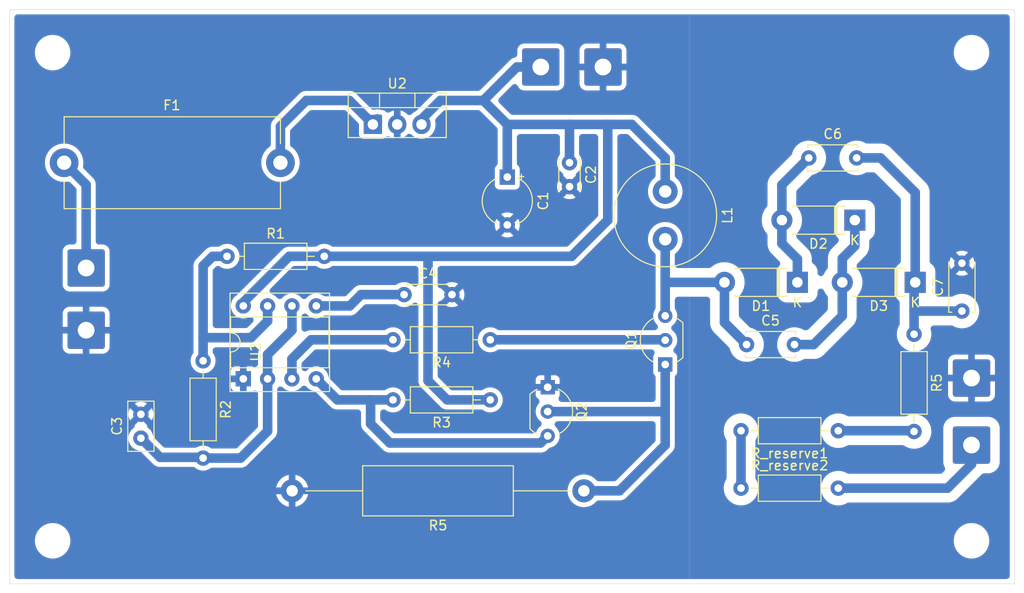
<source format=kicad_pcb>
(kicad_pcb (version 20240108) (generator "pcbnew") (generator_version "8.0")
  (layers (0 "F.Cu" signal) (31 "B.Cu" signal) (34 "B.Paste" user) (35 "F.Paste" user) (36 "B.SilkS" user "B.Silkscreen") (37 "F.SilkS" user "F.Silkscreen") (38 "B.Mask" user) (39 "F.Mask" user) (44 "Edge.Cuts" user))
  (net 0 "")
  (net 1 "GND")
  (net 2 "Net-(J5-Pin_1)")
  (net 3 "Net-(U1-THR)")
  (net 4 "Net-(D1-A)")
  (net 5 "Net-(D2-K)")
  (net 6 "Net-(D3-K)")
  (net 7 "Net-(D1-K)")
  (net 8 "Net-(U1-CV)")
  (net 9 "+5V")
  (net 10 "Net-(U2-IN)")
  (net 11 "Net-(Q1-C)")
  (net 12 "Net-(Q1-B)")
  (net 13 "Net-(U1-DIS)")
  (net 14 "Net-(U1-Q)")
  (net 15 "Net-(R5-Pad2)")
  (net 16 "Net-(R6-Pad2)")
  (net 17 "Net-(J2-Pin_1)")
  (net 18 "Net-(Q2-B)")
  (footprint "Resistor_THT:R_Axial_DIN0207_L6.3mm_D2.5mm_P10.16mm_Horizontal" (layer "F.Cu") (at 54.72 90.2 -90)
    (property "Reference" "R2" (at 5.08 -2.37 90) (layer "F.SilkS"))
    (property "Value" "33k")
    (fp_line (start 1.81 1.37) (end 8.35 1.37) (stroke (width 0.12)) (layer "F.SilkS"))
    (fp_line (start 8.35 1.37) (end 8.35 -1.37) (stroke (width 0.12)) (layer "F.SilkS"))
    (fp_line (start 1.04 0) (end 1.81 0) (stroke (width 0.12)) (layer "F.SilkS"))
    (fp_line (start 9.12 0) (end 8.35 0) (stroke (width 0.12)) (layer "F.SilkS"))
    (fp_line (start 1.81 -1.37) (end 1.81 1.37) (stroke (width 0.12)) (layer "F.SilkS"))
    (fp_line (start 8.35 -1.37) (end 1.81 -1.37) (stroke (width 0.12)) (layer "F.SilkS"))
    (pad "1" thru_hole circle (at 0 0 270) (size 1.6 1.6) (drill 0.8) (layers "*.Cu" "*.Mask") (net 13 "Net-(U1-DIS)"))
    (pad "2" thru_hole oval (at 10.16 0 270) (size 1.6 1.6) (drill 0.8) (layers "*.Cu" "*.Mask") (net 3 "Net-(U1-THR)"))
  )
  (footprint "Capacitor_THT:C_Disc_D5.0mm_W2.5mm_P5.00mm" (layer "F.Cu") (at 118 69)
    (property "Reference" "C6" (at 2.5 -2.5 0) (layer "F.SilkS"))
    (property "Value" "10nF")
    (fp_line (start -0.12 -1.37) (end -0.12 -1.055) (stroke (width 0.12)) (layer "F.SilkS"))
    (fp_line (start -0.12 -1.37) (end 5.12 -1.37) (stroke (width 0.12)) (layer "F.SilkS"))
    (fp_line (start -0.12 1.055) (end -0.12 1.37) (stroke (width 0.12)) (layer "F.SilkS"))
    (fp_line (start -0.12 1.37) (end 5.12 1.37) (stroke (width 0.12)) (layer "F.SilkS"))
    (fp_line (start 5.12 -1.37) (end 5.12 -1.055) (stroke (width 0.12)) (layer "F.SilkS"))
    (fp_line (start 5.12 1.055) (end 5.12 1.37) (stroke (width 0.12)) (layer "F.SilkS"))
    (pad "1" thru_hole circle (at 0 0) (size 1.6 1.6) (drill 0.8) (layers "*.Cu" "*.Mask") (net 7 "Net-(D1-K)"))
    (pad "2" thru_hole circle (at 5 0) (size 1.6 1.6) (drill 0.8) (layers "*.Cu" "*.Mask") (net 6 "Net-(D3-K)"))
  )
  (footprint "Resistor_THT:R_Axial_DIN0207_L6.3mm_D2.5mm_P10.16mm_Horizontal" (layer "F.Cu") (at 57.22 79.28)
    (property "Reference" "R1" (at 5.08 -2.37 0) (layer "F.SilkS"))
    (property "Value" "33k" (hide yes))
    (fp_line (start 1.04 0) (end 1.81 0) (stroke (width 0.12)) (layer "F.SilkS"))
    (fp_line (start 1.81 -1.37) (end 1.81 1.37) (stroke (width 0.12)) (layer "F.SilkS"))
    (fp_line (start 1.81 1.37) (end 8.35 1.37) (stroke (width 0.12)) (layer "F.SilkS"))
    (fp_line (start 8.35 -1.37) (end 1.81 -1.37) (stroke (width 0.12)) (layer "F.SilkS"))
    (fp_line (start 8.35 1.37) (end 8.35 -1.37) (stroke (width 0.12)) (layer "F.SilkS"))
    (fp_line (start 9.12 0) (end 8.35 0) (stroke (width 0.12)) (layer "F.SilkS"))
    (pad "1" thru_hole circle (at 0 0) (size 1.6 1.6) (drill 0.8) (layers "*.Cu" "*.Mask") (net 13 "Net-(U1-DIS)"))
    (pad "2" thru_hole oval (at 10.16 0) (size 1.6 1.6) (drill 0.8) (layers "*.Cu" "*.Mask") (net 2 "Net-(J5-Pin_1)"))
  )
  (footprint "Capacitor_THT:C_Disc_D5.0mm_W2.5mm_P5.00mm" (layer "F.Cu") (at 111.5 88.5)
    (property "Reference" "C5" (at 2.5 -2.5 0) (layer "F.SilkS"))
    (property "Value" "10nF")
    (fp_line (start -0.12 -1.37) (end -0.12 -1.055) (stroke (width 0.12)) (layer "F.SilkS"))
    (fp_line (start -0.12 -1.37) (end 5.12 -1.37) (stroke (width 0.12)) (layer "F.SilkS"))
    (fp_line (start -0.12 1.055) (end -0.12 1.37) (stroke (width 0.12)) (layer "F.SilkS"))
    (fp_line (start -0.12 1.37) (end 5.12 1.37) (stroke (width 0.12)) (layer "F.SilkS"))
    (fp_line (start 5.12 -1.37) (end 5.12 -1.055) (stroke (width 0.12)) (layer "F.SilkS"))
    (fp_line (start 5.12 1.055) (end 5.12 1.37) (stroke (width 0.12)) (layer "F.SilkS"))
    (pad "1" thru_hole circle (at 0 0) (size 1.6 1.6) (drill 0.8) (layers "*.Cu" "*.Mask") (net 4 "Net-(D1-A)"))
    (pad "2" thru_hole circle (at 5 0) (size 1.6 1.6) (drill 0.8) (layers "*.Cu" "*.Mask") (net 5 "Net-(D2-K)"))
  )
  (footprint "Resistor_THT:R_Axial_DIN0207_L6.3mm_D2.5mm_P10.16mm_Horizontal" (layer "F.Cu") (at 84.72 88 180)
    (property "Reference" "R4" (at 5.08 -2.37 0) (layer "F.SilkS"))
    (property "Value" "3k")
    (fp_line (start 9.12 0) (end 8.35 0) (stroke (width 0.12)) (layer "F.SilkS"))
    (fp_line (start 8.35 1.37) (end 8.35 -1.37) (stroke (width 0.12)) (layer "F.SilkS"))
    (fp_line (start 8.35 -1.37) (end 1.81 -1.37) (stroke (width 0.12)) (layer "F.SilkS"))
    (fp_line (start 1.81 1.37) (end 8.35 1.37) (stroke (width 0.12)) (layer "F.SilkS"))
    (fp_line (start 1.81 -1.37) (end 1.81 1.37) (stroke (width 0.12)) (layer "F.SilkS"))
    (fp_line (start 1.04 0) (end 1.81 0) (stroke (width 0.12)) (layer "F.SilkS"))
    (pad "1" thru_hole circle (at 0 0 180) (size 1.6 1.6) (drill 0.8) (layers "*.Cu" "*.Mask") (net 18 "Net-(Q2-B)"))
    (pad "2" thru_hole oval (at 10.16 0 180) (size 1.6 1.6) (drill 0.8) (layers "*.Cu" "*.Mask") (net 14 "Net-(U1-Q)"))
  )
  (footprint "Capacitor_THT:C_Disc_D5.0mm_W2.5mm_P2.50mm" (layer "F.Cu") (at 48.22 98.28 90)
    (property "Reference" "C3" (at 1.25 -2.5 90) (layer "F.SilkS"))
    (property "Value" "1nF")
    (fp_line (start 3.87 -1.37) (end 3.87 1.37) (stroke (width 0.12)) (layer "F.SilkS"))
    (fp_line (start -1.37 -1.37) (end 3.87 -1.37) (stroke (width 0.12)) (layer "F.SilkS"))
    (fp_line (start -1.37 -1.37) (end -1.37 1.37) (stroke (width 0.12)) (layer "F.SilkS"))
    (fp_line (start -1.37 1.37) (end 3.87 1.37) (stroke (width 0.12)) (layer "F.SilkS"))
    (pad "1" thru_hole circle (at 0 0 90) (size 1.6 1.6) (drill 0.8) (layers "*.Cu" "*.Mask") (net 3 "Net-(U1-THR)"))
    (pad "2" thru_hole circle (at 2.5 0 90) (size 1.6 1.6) (drill 0.8) (layers "*.Cu" "*.Mask") (net 1 "GND"))
  )
  (footprint "Diode_THT:D_DO-41_SOD81_P7.62mm_Horizontal" (layer "F.Cu") (at 122.81 75.5 180)
    (property "Reference" "D2" (at 3.81 -2.47 0) (layer "F.SilkS"))
    (property "Value" "1N4937")
    (fp_line (start 6.53 1.47) (end 6.53 1.34) (stroke (width 0.12)) (layer "F.SilkS"))
    (fp_line (start 6.53 -1.47) (end 6.53 -1.34) (stroke (width 0.12)) (layer "F.SilkS"))
    (fp_line (start 2.11 -1.47) (end 2.11 1.47) (stroke (width 0.12)) (layer "F.SilkS"))
    (fp_line (start 1.99 -1.47) (end 1.99 1.47) (stroke (width 0.12)) (layer "F.SilkS"))
    (fp_line (start 1.87 -1.47) (end 1.87 1.47) (stroke (width 0.12)) (layer "F.SilkS"))
    (fp_line (start 1.09 1.47) (end 6.53 1.47) (stroke (width 0.12)) (layer "F.SilkS"))
    (fp_line (start 1.09 1.34) (end 1.09 1.47) (stroke (width 0.12)) (layer "F.SilkS"))
    (fp_line (start 1.09 -1.34) (end 1.09 -1.47) (stroke (width 0.12)) (layer "F.SilkS"))
    (fp_line (start 1.09 -1.47) (end 6.53 -1.47) (stroke (width 0.12)) (layer "F.SilkS"))
    (fp_text user "K" (at 0 -2.1 0) (layer "F.SilkS"))
    (pad "1" thru_hole rect (at 0 0 180) (size 2.2 2.2) (drill 1.1) (layers "*.Cu" "*.Mask") (net 5 "Net-(D2-K)"))
    (pad "2" thru_hole oval (at 7.62 0 180) (size 2.2 2.2) (drill 1.1) (layers "*.Cu" "*.Mask") (net 7 "Net-(D1-K)"))
  )
  (footprint "Resistor_THT:R_Axial_DIN0207_L6.3mm_D2.5mm_P10.16mm_Horizontal" (layer "F.Cu") (at 110.92 103.5)
    (property "Reference" "R_reserve2" (at 5.08 -2.37 0) (layer "F.SilkS"))
    (property "Value" "7M5" (hide yes))
    (fp_line (start 1.04 0) (end 1.81 0) (stroke (width 0.12)) (layer "F.SilkS"))
    (fp_line (start 1.81 -1.37) (end 1.81 1.37) (stroke (width 0.12)) (layer "F.SilkS"))
    (fp_line (start 1.81 1.37) (end 8.35 1.37) (stroke (width 0.12)) (layer "F.SilkS"))
    (fp_line (start 8.35 -1.37) (end 1.81 -1.37) (stroke (width 0.12)) (layer "F.SilkS"))
    (fp_line (start 8.35 1.37) (end 8.35 -1.37) (stroke (width 0.12)) (layer "F.SilkS"))
    (fp_line (start 9.12 0) (end 8.35 0) (stroke (width 0.12)) (layer "F.SilkS"))
    (pad "1" thru_hole circle (at 0 0) (size 1.6 1.6) (drill 0.8) (layers "*.Cu" "*.Mask") (net 16 "Net-(R6-Pad2)"))
    (pad "2" thru_hole oval (at 10.16 0) (size 1.6 1.6) (drill 0.8) (layers "*.Cu" "*.Mask") (net 17 "Net-(J2-Pin_1)"))
  )
  (footprint "Resistor_THT:R_Axial_DIN0207_L6.3mm_D2.5mm_P10.16mm_Horizontal" (layer "F.Cu") (at 129 87.42 -90)
    (property "Reference" "R5" (at 5.08 -2.37 90) (layer "F.SilkS"))
    (property "Value" "7M5")
    (fp_line (start 1.81 1.37) (end 8.35 1.37) (stroke (width 0.12)) (layer "F.SilkS"))
    (fp_line (start 8.35 1.37) (end 8.35 -1.37) (stroke (width 0.12)) (layer "F.SilkS"))
    (fp_line (start 1.04 0) (end 1.81 0) (stroke (width 0.12)) (layer "F.SilkS"))
    (fp_line (start 9.12 0) (end 8.35 0) (stroke (width 0.12)) (layer "F.SilkS"))
    (fp_line (start 1.81 -1.37) (end 1.81 1.37) (stroke (width 0.12)) (layer "F.SilkS"))
    (fp_line (start 8.35 -1.37) (end 1.81 -1.37) (stroke (width 0.12)) (layer "F.SilkS"))
    (pad "1" thru_hole circle (at 0 0 270) (size 1.6 1.6) (drill 0.8) (layers "*.Cu" "*.Mask") (net 6 "Net-(D3-K)"))
    (pad "2" thru_hole oval (at 10.16 0 270) (size 1.6 1.6) (drill 0.8) (layers "*.Cu" "*.Mask") (net 15 "Net-(R5-Pad2)"))
  )
  (footprint "Capacitor_THT:C_Disc_D3.0mm_W2.0mm_P2.50mm" (layer "F.Cu") (at 93 69.5 -90)
    (property "Reference" "C2" (at 1.25 -2.25 90) (layer "F.SilkS"))
    (property "Value" "100nF")
    (fp_line (start -0.37 1.12) (end 2.87 1.12) (stroke (width 0.12)) (layer "F.SilkS"))
    (fp_line (start -0.37 1.055) (end -0.37 1.12) (stroke (width 0.12)) (layer "F.SilkS"))
    (fp_line (start 2.87 1.055) (end 2.87 1.12) (stroke (width 0.12)) (layer "F.SilkS"))
    (fp_line (start -0.37 -1.12) (end -0.37 -1.055) (stroke (width 0.12)) (layer "F.SilkS"))
    (fp_line (start -0.37 -1.12) (end 2.87 -1.12) (stroke (width 0.12)) (layer "F.SilkS"))
    (fp_line (start 2.87 -1.12) (end 2.87 -1.055) (stroke (width 0.12)) (layer "F.SilkS"))
    (pad "1" thru_hole circle (at 0 0 270) (size 1.6 1.6) (drill 0.8) (layers "*.Cu" "*.Mask") (net 2 "Net-(J5-Pin_1)"))
    (pad "2" thru_hole circle (at 2.5 0 270) (size 1.6 1.6) (drill 0.8) (layers "*.Cu" "*.Mask") (net 1 "GND"))
  )
  (footprint "Capacitor_THT:C_Disc_D5.0mm_W2.5mm_P5.00mm" (layer "F.Cu") (at 134 85 90)
    (property "Reference" "C7" (at 2.5 -2.5 90) (layer "F.SilkS"))
    (property "Value" "10nF")
    (fp_line (start 5.12 -1.37) (end 5.12 -1.055) (stroke (width 0.12)) (layer "F.SilkS"))
    (fp_line (start -0.12 -1.37) (end 5.12 -1.37) (stroke (width 0.12)) (layer "F.SilkS"))
    (fp_line (start -0.12 -1.37) (end -0.12 -1.055) (stroke (width 0.12)) (layer "F.SilkS"))
    (fp_line (start 5.12 1.055) (end 5.12 1.37) (stroke (width 0.12)) (layer "F.SilkS"))
    (fp_line (start -0.12 1.055) (end -0.12 1.37) (stroke (width 0.12)) (layer "F.SilkS"))
    (fp_line (start -0.12 1.37) (end 5.12 1.37) (stroke (width 0.12)) (layer "F.SilkS"))
    (pad "1" thru_hole circle (at 0 0 90) (size 1.6 1.6) (drill 0.8) (layers "*.Cu" "*.Mask") (net 6 "Net-(D3-K)"))
    (pad "2" thru_hole circle (at 5 0 90) (size 1.6 1.6) (drill 0.8) (layers "*.Cu" "*.Mask") (net 1 "GND"))
  )
  (footprint "Connector_Wire:SolderWire-1sqmm_1x01_D1.4mm_OD3.9mm" (layer "F.Cu") (at 90 59.5)
    (property "Reference" "J5" (hide yes))
    (property "Value" "Conn_01x01_Pin" (hide yes))
    (pad "1" thru_hole roundrect (at 0 0) (size 3.9 3.9) (drill 1.75) (layers "*.Cu" "*.Mask") (roundrect_rratio 0.064103) (net 2 "Net-(J5-Pin_1)"))
  )
  (footprint "Fuse:Fuseholder_Cylinder-5x20mm_Stelvio-Kontek_PTF78_Horizontal_Open" (layer "F.Cu") (at 40.2 69.5)
    (property "Reference" "F1" (at 11.25 -6 0) (layer "F.SilkS"))
    (property "Value" "Fuse")
    (fp_line (start 0 -4.8) (end 22.6 -4.8) (stroke (width 0.12)) (layer "F.SilkS"))
    (fp_line (start 0 -2) (end 0 -4.8) (stroke (width 0.12)) (layer "F.SilkS"))
    (fp_line (start 0 4.8) (end 0 2) (stroke (width 0.12)) (layer "F.SilkS"))
    (fp_line (start 0 4.8) (end 22.6 4.8) (stroke (width 0.12)) (layer "F.SilkS"))
    (fp_line (start 22.6 -2) (end 22.6 -4.8) (stroke (width 0.12)) (layer "F.SilkS"))
    (fp_line (start 22.6 4.8) (end 22.6 2) (stroke (width 0.12)) (layer "F.SilkS"))
    (pad "1" thru_hole circle (at 0 0) (size 3 3) (drill 1.5) (layers "*.Cu" "*.Mask") (net 9 "+5V"))
    (pad "2" thru_hole circle (at 22.6 0) (size 3 3) (drill 1.5) (layers "*.Cu" "*.Mask") (net 10 "Net-(U2-IN)"))
  )
  (footprint "Connector_Wire:SolderWire-1sqmm_1x01_D1.4mm_OD3.9mm" (layer "F.Cu") (at 135 92)
    (property "Reference" "J4" (hide yes))
    (property "Value" "Conn_01x01_Pin" (hide yes))
    (pad "1" thru_hole roundrect (at 0 0) (size 3.9 3.9) (drill 1.75) (layers "*.Cu" "*.Mask") (roundrect_rratio 0.064103) (net 1 "GND"))
  )
  (footprint "Connector_Wire:SolderWire-1sqmm_1x01_D1.4mm_OD3.9mm" (layer "F.Cu") (at 96.5 59.5)
    (property "Reference" "J6" (hide yes))
    (property "Value" "Conn_01x01_Pin" (hide yes))
    (pad "1" thru_hole roundrect (at 0 0) (size 3.9 3.9) (drill 1.75) (layers "*.Cu" "*.Mask") (roundrect_rratio 0.064103) (net 1 "GND"))
  )
  (footprint "Package_DIP:DIP-8_W7.62mm_Socket" (layer "F.Cu") (at 58.92 92.08 90)
    (property "Reference" "U2" (at 2.8 1.3 90) (layer "F.SilkS"))
    (property "Value" "NE555P")
    (fp_line (start 8.95 -1.39) (end -1.33 -1.39) (stroke (width 0.12)) (layer "F.SilkS"))
    (fp_line (start -1.33 -1.39) (end -1.33 9.01) (stroke (width 0.12)) (layer "F.SilkS"))
    (fp_line (start 6.46 -1.33) (end 4.81 -1.33) (stroke (width 0.12)) (layer "F.SilkS"))
    (fp_line (start 2.81 -1.33) (end 1.16 -1.33) (stroke (width 0.12)) (layer "F.SilkS"))
    (fp_line (start 1.16 -1.33) (end 1.16 8.95) (stroke (width 0.12)) (layer "F.SilkS"))
    (fp_line (start 6.46 8.95) (end 6.46 -1.33) (stroke (width 0.12)) (layer "F.SilkS"))
    (fp_line (start 1.16 8.95) (end 6.46 8.95) (stroke (width 0.12)) (layer "F.SilkS"))
    (fp_line (start 8.95 9.01) (end 8.95 -1.39) (stroke (width 0.12)) (layer "F.SilkS"))
    (fp_line (start -1.33 9.01) (end 8.95 9.01) (stroke (width 0.12)) (layer "F.SilkS"))
    (fp_arc (start 4.81 -1.33) (mid 3.81 -0.33) (end 2.81 -1.33) (stroke (width 0.12)) (layer "F.SilkS"))
    (pad "1" thru_hole rect (at 0 0 90) (size 1.6 1.6) (drill 0.8) (layers "*.Cu" "*.Mask") (net 1 "GND"))
    (pad "2" thru_hole oval (at 0 2.54 90) (size 1.6 1.6) (drill 0.8) (layers "*.Cu" "*.Mask") (net 3 "Net-(U1-THR)"))
    (pad "3" thru_hole oval (at 0 5.08 90) (size 1.6 1.6) (drill 0.8) (layers "*.Cu" "*.Mask") (net 14 "Net-(U1-Q)"))
    (pad "4" thru_hole oval (at 0 7.62 90) (size 1.6 1.6) (drill 0.8) (layers "*.Cu" "*.Mask") (net 11 "Net-(Q1-C)"))
    (pad "5" thru_hole oval (at 7.62 7.62 90) (size 1.6 1.6) (drill 0.8) (layers "*.Cu" "*.Mask") (net 8 "Net-(U1-CV)"))
    (pad "6" thru_hole oval (at 7.62 5.08 90) (size 1.6 1.6) (drill 0.8) (layers "*.Cu" "*.Mask") (net 3 "Net-(U1-THR)"))
    (pad "7" thru_hole oval (at 7.62 2.54 90) (size 1.6 1.6) (drill 0.8) (layers "*.Cu" "*.Mask") (net 13 "Net-(U1-DIS)"))
    (pad "8" thru_hole oval (at 7.62 0 90) (size 1.6 1.6) (drill 0.8) (layers "*.Cu" "*.Mask") (net 2 "Net-(J5-Pin_1)"))
  )
  (footprint "Capacitor_THT:C_Disc_D4.3mm_W1.9mm_P5.00mm" (layer "F.Cu") (at 75.72 83.28)
    (property "Reference" "C4" (at 2.5 -2.2 0) (layer "F.SilkS"))
    (property "Value" "100nF")
    (fp_line (start 0.23 -1.07) (end 0.23 -1.055) (stroke (width 0.12)) (layer "F.SilkS"))
    (fp_line (start 0.23 -1.07) (end 4.77 -1.07) (stroke (width 0.12)) (layer "F.SilkS"))
    (fp_line (start 0.23 1.055) (end 0.23 1.07) (stroke (width 0.12)) (layer "F.SilkS"))
    (fp_line (start 0.23 1.07) (end 4.77 1.07) (stroke (width 0.12)) (layer "F.SilkS"))
    (fp_line (start 4.77 -1.07) (end 4.77 -1.055) (stroke (width 0.12)) (layer "F.SilkS"))
    (fp_line (start 4.77 1.055) (end 4.77 1.07) (stroke (width 0.12)) (layer "F.SilkS"))
    (pad "1" thru_hole circle (at 0 0) (size 1.6 1.6) (drill 0.8) (layers "*.Cu" "*.Mask") (net 8 "Net-(U1-CV)"))
    (pad "2" thru_hole circle (at 5 0) (size 1.6 1.6) (drill 0.8) (layers "*.Cu" "*.Mask") (net 1 "GND"))
  )
  (footprint "Connector_Wire:SolderWire-1sqmm_1x01_D1.4mm_OD3.9mm" (layer "F.Cu") (at 42.5 80.5)
    (property "Reference" "J1" (hide yes))
    (property "Value" "Conn_01x01_Pin" (hide yes))
    (pad "1" thru_hole roundrect (at 0 0) (size 3.9 3.9) (drill 1.75) (layers "*.Cu" "*.Mask") (roundrect_rratio 0.064103) (net 9 "+5V"))
  )
  (footprint "Package_TO_SOT_THT:TO-92_Inline_Wide" (layer "F.Cu") (at 90.72 92.96 -90)
    (property "Reference" "Q2" (at 2.54 -3.56 270) (layer "F.SilkS"))
    (property "Value" "2N3904")
    (fp_line (start 0.74 1.85) (end 4.34 1.85) (stroke (width 0.12)) (layer "F.SilkS"))
    (fp_arc (start 0.74 1.85) (mid 0.446097 1.509328) (end 0.215816 1.122795) (stroke (width 0.12)) (layer "F.SilkS"))
    (fp_arc (start 4.864184 1.122795) (mid 4.633903 1.509328) (end 4.34 1.85) (stroke (width 0.12)) (layer "F.SilkS"))
    (fp_arc (start 0.1836 -1.098807) (mid 1.143021 -2.192817) (end 2.54 -2.6) (stroke (width 0.12)) (layer "F.SilkS"))
    (fp_arc (start 2.54 -2.6) (mid 3.936979 -2.192818) (end 4.8964 -1.098807) (stroke (width 0.12)) (layer "F.SilkS"))
    (pad "1" thru_hole rect (at 0 0 270) (size 1.5 1.5) (drill 0.8) (layers "*.Cu" "*.Mask") (net 1 "GND"))
    (pad "2" thru_hole circle (at 2.54 0 270) (size 1.5 1.5) (drill 0.8) (layers "*.Cu" "*.Mask") (net 12 "Net-(Q1-B)"))
    (pad "3" thru_hole circle (at 5.08 0 270) (size 1.5 1.5) (drill 0.8) (layers "*.Cu" "*.Mask") (net 11 "Net-(Q1-C)"))
  )
  (footprint "Package_TO_SOT_THT:TO-220-3_Vertical" (layer "F.Cu") (at 72.46 65.5)
    (property "Reference" "U2" (at 2.54 -4.27 0) (layer "F.SilkS"))
    (property "Value" "L7805")
    (fp_line (start -2.58 -3.27) (end -2.58 1.371) (stroke (width 0.12)) (layer "F.SilkS"))
    (fp_line (start -2.58 -3.27) (end 7.66 -3.27) (stroke (width 0.12)) (layer "F.SilkS"))
    (fp_line (start -2.58 -1.76) (end 7.66 -1.76) (stroke (width 0.12)) (layer "F.SilkS"))
    (fp_line (start -2.58 1.371) (end 7.66 1.371) (stroke (width 0.12)) (layer "F.SilkS"))
    (fp_line (start 0.69 -3.27) (end 0.69 -1.76) (stroke (width 0.12)) (layer "F.SilkS"))
    (fp_line (start 4.391 -3.27) (end 4.391 -1.76) (stroke (width 0.12)) (layer "F.SilkS"))
    (fp_line (start 7.66 -3.27) (end 7.66 1.371) (stroke (width 0.12)) (layer "F.SilkS"))
    (pad "1" thru_hole rect (at 0 0) (size 1.905 2) (drill 1.1) (layers "*.Cu" "*.Mask") (net 10 "Net-(U2-IN)"))
    (pad "2" thru_hole oval (at 2.54 0) (size 1.905 2) (drill 1.1) (layers "*.Cu" "*.Mask") (net 1 "GND"))
    (pad "3" thru_hole oval (at 5.08 0) (size 1.905 2) (drill 1.1) (layers "*.Cu" "*.Mask") (net 2 "Net-(J5-Pin_1)"))
  )
  (footprint "MountingHole:MountingHole_3.2mm_M3" (layer "F.Cu") (at 135 109)
    (property "Reference" "H4" (hide yes))
    (property "Value" "MountingHole")
    (pad "" np_thru_hole circle (at 0 0) (size 3.2 3.2) (drill 3.2) (layers "*.Cu" "*.Mask"))
  )
  (footprint "MountingHole:MountingHole_3.2mm_M3" (layer "F.Cu") (at 39 109)
    (property "Reference" "H1" (hide yes))
    (property "Value" "MountingHole")
    (pad "" np_thru_hole circle (at 0 0) (size 3.2 3.2) (drill 3.2) (layers "*.Cu" "*.Mask"))
  )
  (footprint "Inductor_THT:L_Radial_D10.5mm_P5.00mm_Abacron_AISR-01" (layer "F.Cu") (at 103 72.5 -90)
    (property "Reference" "L1" (at 2.5 -6.5 -90) (layer "F.SilkS"))
    (property "Value" "10mH")
    (fp_circle (center 2.5 0) (end 7.87 0) (stroke (width 0.12)) (fill none) (layer "F.SilkS"))
    (pad "1" thru_hole circle (at 0 0 270) (size 2.6 2.6) (drill 1.3) (layers "*.Cu" "*.Mask") (net 2 "Net-(J5-Pin_1)"))
    (pad "2" thru_hole circle (at 5 0 270) (size 2.6 2.6) (drill 1.3) (layers "*.Cu" "*.Mask") (net 4 "Net-(D1-A)"))
  )
  (footprint "MountingHole:MountingHole_3.2mm_M3" (layer "F.Cu") (at 135 58)
    (property "Reference" "H3" (hide yes))
    (property "Value" "MountingHole")
    (pad "" np_thru_hole circle (at 0 0) (size 3.2 3.2) (drill 3.2) (layers "*.Cu" "*.Mask"))
  )
  (footprint "Connector_Wire:SolderWire-1sqmm_1x01_D1.4mm_OD3.9mm" (layer "F.Cu") (at 42.5 87)
    (property "Reference" "J3" (hide yes))
    (property "Value" "Conn_01x01_Pin" (hide yes))
    (pad "1" thru_hole roundrect (at 0 0) (size 3.9 3.9) (drill 1.75) (layers "*.Cu" "*.Mask") (roundrect_rratio 0.064103) (net 1 "GND"))
  )
  (footprint "Resistor_THT:R_Axial_DIN0207_L6.3mm_D2.5mm_P10.16mm_Horizontal" (layer "F.Cu") (at 84.72 94.28 180)
    (property "Reference" "R3" (at 5.08 -2.37 0) (layer "F.SilkS"))
    (property "Value" "100k")
    (fp_line (start 9.12 0) (end 8.35 0) (stroke (width 0.12)) (layer "F.SilkS"))
    (fp_line (start 8.35 1.37) (end 8.35 -1.37) (stroke (width 0.12)) (layer "F.SilkS"))
    (fp_line (start 8.35 -1.37) (end 1.81 -1.37) (stroke (width 0.12)) (layer "F.SilkS"))
    (fp_line (start 1.81 1.37) (end 8.35 1.37) (stroke (width 0.12)) (layer "F.SilkS"))
    (fp_line (start 1.81 -1.37) (end 1.81 1.37) (stroke (width 0.12)) (layer "F.SilkS"))
    (fp_line (start 1.04 0) (end 1.81 0) (stroke (width 0.12)) (layer "F.SilkS"))
    (pad "1" thru_hole circle (at 0 0 180) (size 1.6 1.6) (drill 0.8) (layers "*.Cu" "*.Mask") (net 2 "Net-(J5-Pin_1)"))
    (pad "2" thru_hole oval (at 10.16 0 180) (size 1.6 1.6) (drill 0.8) (layers "*.Cu" "*.Mask") (net 11 "Net-(Q1-C)"))
  )
  (footprint "Diode_THT:D_DO-41_SOD81_P7.62mm_Horizontal" (layer "F.Cu") (at 116.81 82 180)
    (property "Reference" "D1" (at 3.81 -2.47 0) (layer "F.SilkS"))
    (property "Value" "1N4937")
    (fp_line (start 6.53 1.47) (end 6.53 1.34) (stroke (width 0.12)) (layer "F.SilkS"))
    (fp_line (start 6.53 -1.47) (end 6.53 -1.34) (stroke (width 0.12)) (layer "F.SilkS"))
    (fp_line (start 2.11 -1.47) (end 2.11 1.47) (stroke (width 0.12)) (layer "F.SilkS"))
    (fp_line (start 1.99 -1.47) (end 1.99 1.47) (stroke (width 0.12)) (layer "F.SilkS"))
    (fp_line (start 1.87 -1.47) (end 1.87 1.47) (stroke (width 0.12)) (layer "F.SilkS"))
    (fp_line (start 1.09 1.47) (end 6.53 1.47) (stroke (width 0.12)) (layer "F.SilkS"))
    (fp_line (start 1.09 1.34) (end 1.09 1.47) (stroke (width 0.12)) (layer "F.SilkS"))
    (fp_line (start 1.09 -1.34) (end 1.09 -1.47) (stroke (width 0.12)) (layer "F.SilkS"))
    (fp_line (start 1.09 -1.47) (end 6.53 -1.47) (stroke (width 0.12)) (layer "F.SilkS"))
    (fp_text user "K" (at 0 -2.1 0) (layer "F.SilkS"))
    (pad "1" thru_hole rect (at 0 0 180) (size 2.2 2.2) (drill 1.1) (layers "*.Cu" "*.Mask") (net 7 "Net-(D1-K)"))
    (pad "2" thru_hole oval (at 7.62 0 180) (size 2.2 2.2) (drill 1.1) (layers "*.Cu" "*.Mask") (net 4 "Net-(D1-A)"))
  )
  (footprint "MountingHole:MountingHole_3.2mm_M3" (layer "F.Cu") (at 39 58)
    (property "Reference" "H2" (hide yes))
    (property "Value" "MountingHole")
    (pad "" np_thru_hole circle (at 0 0) (size 3.2 3.2) (drill 3.2) (layers "*.Cu" "*.Mask"))
  )
  (footprint "Diode_THT:D_DO-41_SOD81_P7.62mm_Horizontal" (layer "F.Cu") (at 129.12 82 180)
    (property "Reference" "D3" (at 3.81 -2.47 0) (layer "F.SilkS"))
    (property "Value" "1N4937")
    (fp_line (start 6.53 1.47) (end 6.53 1.34) (stroke (width 0.12)) (layer "F.SilkS"))
    (fp_line (start 6.53 -1.47) (end 6.53 -1.34) (stroke (width 0.12)) (layer "F.SilkS"))
    (fp_line (start 2.11 -1.47) (end 2.11 1.47) (stroke (width 0.12)) (layer "F.SilkS"))
    (fp_line (start 1.99 -1.47) (end 1.99 1.47) (stroke (width 0.12)) (layer "F.SilkS"))
    (fp_line (start 1.87 -1.47) (end 1.87 1.47) (stroke (width 0.12)) (layer "F.SilkS"))
    (fp_line (start 1.09 1.47) (end 6.53 1.47) (stroke (width 0.12)) (layer "F.SilkS"))
    (fp_line (start 1.09 1.34) (end 1.09 1.47) (stroke (width 0.12)) (layer "F.SilkS"))
    (fp_line (start 1.09 -1.34) (end 1.09 -1.47) (stroke (width 0.12)) (layer "F.SilkS"))
    (fp_line (start 1.09 -1.47) (end 6.53 -1.47) (stroke (width 0.12)) (layer "F.SilkS"))
    (fp_text user "K" (at 0 -2.1 0) (layer "F.SilkS"))
    (pad "1" thru_hole rect (at 0 0 180) (size 2.2 2.2) (drill 1.1) (layers "*.Cu" "*.Mask") (net 6 "Net-(D3-K)"))
    (pad "2" thru_hole oval (at 7.62 0 180) (size 2.2 2.2) (drill 1.1) (layers "*.Cu" "*.Mask") (net 5 "Net-(D2-K)"))
  )
  (footprint "Connector_Wire:SolderWire-1sqmm_1x01_D1.4mm_OD3.9mm" (layer "F.Cu") (at 135 99)
    (property "Reference" "J2" (hide yes))
    (property "Value" "Conn_01x01_Pin" (hide yes))
    (pad "1" thru_hole roundrect (at 0 0) (size 3.9 3.9) (drill 1.75) (layers "*.Cu" "*.Mask") (roundrect_rratio 0.064103) (net 17 "Net-(J2-Pin_1)"))
  )
  (footprint "Package_TO_SOT_THT:TO-92_Inline_Wide" (layer "F.Cu") (at 103 90.58 90)
    (property "Reference" "Q1" (at 2.54 -3.56 90) (layer "F.SilkS"))
    (property "Value" "MPSA42")
    (fp_line (start 0.74 1.85) (end 4.34 1.85) (stroke (width 0.12)) (layer "F.SilkS"))
    (fp_arc (start 2.54 -2.6) (mid 3.936979 -2.192818) (end 4.8964 -1.098807) (stroke (width 0.12)) (layer "F.SilkS"))
    (fp_arc (start 0.1836 -1.098807) (mid 1.143021 -2.192817) (end 2.54 -2.6) (stroke (width 0.12)) (layer "F.SilkS"))
    (fp_arc (start 4.864184 1.122795) (mid 4.633903 1.509328) (end 4.34 1.85) (stroke (width 0.12)) (layer "F.SilkS"))
    (fp_arc (start 0.74 1.85) (mid 0.446097 1.509328) (end 0.215816 1.122795) (stroke (width 0.12)) (layer "F.SilkS"))
    (pad "1" thru_hole rect (at 0 0 90) (size 1.5 1.5) (drill 0.8) (layers "*.Cu" "*.Mask") (net 12 "Net-(Q1-B)"))
    (pad "2" thru_hole circle (at 2.54 0 90) (size 1.5 1.5) (drill 0.8) (layers "*.Cu" "*.Mask") (net 18 "Net-(Q2-B)"))
    (pad "3" thru_hole circle (at 5.08 0 90) (size 1.5 1.5) (drill 0.8) (layers "*.Cu" "*.Mask") (net 4 "Net-(D1-A)"))
  )
  (footprint "Resistor_THT:R_Axial_DIN0516_L15.5mm_D5.0mm_P30.48mm_Horizontal" (layer "F.Cu") (at 94.5 103.78 180)
    (property "Reference" "R5" (at 15.24 -3.62 0) (layer "F.SilkS"))
    (property "Value" "27R")
    (fp_line (start 29.04 0) (end 23.11 0) (stroke (width 0.12)) (layer "F.SilkS"))
    (fp_line (start 23.11 2.62) (end 23.11 -2.62) (stroke (width 0.12)) (layer "F.SilkS"))
    (fp_line (start 23.11 -2.62) (end 7.37 -2.62) (stroke (width 0.12)) (layer "F.SilkS"))
    (fp_line (start 7.37 2.62) (end 23.11 2.62) (stroke (width 0.12)) (layer "F.SilkS"))
    (fp_line (start 7.37 -2.62) (end 7.37 2.62) (stroke (width 0.12)) (layer "F.SilkS"))
    (fp_line (start 1.44 0) (end 7.37 0) (stroke (width 0.12)) (layer "F.SilkS"))
    (pad "1" thru_hole circle (at 0 0 180) (size 2.4 2.4) (drill 1.2) (layers "*.Cu" "*.Mask") (net 12 "Net-(Q1-B)"))
    (pad "2" thru_hole oval (at 30.48 0 180) (size 2.4 2.4) (drill 1.2) (layers "*.Cu" "*.Mask") (net 1 "GND"))
  )
  (footprint "Capacitor_THT:CP_Radial_Tantal_D5.0mm_P5.00mm" (layer "F.Cu") (at 86.5 71 -90)
    (property "Reference" "C1" (at 2.5 -3.75 90) (layer "F.SilkS"))
    (property "Value" "100uF")
    (fp_line (start -0.304775 -1.475) (end 0.195225 -1.475) (stroke (width 0.12)) (layer "F.SilkS"))
    (fp_line (start -0.054775 -1.725) (end -0.054775 -1.225) (stroke (width 0.12)) (layer "F.SilkS"))
    (fp_arc (start 4.895997 1.06) (mid 2.5 2.62) (end 0.104003 1.06) (stroke (width 0.12)) (layer "F.SilkS"))
    (fp_arc (start 0.104003 -1.06) (mid 2.5 -2.62) (end 4.895997 -1.06) (stroke (width 0.12)) (layer "F.SilkS"))
    (pad "1" thru_hole rect (at 0 0 270) (size 1.6 1.6) (drill 0.8) (layers "*.Cu" "*.Mask") (net 2 "Net-(J5-Pin_1)"))
    (pad "2" thru_hole circle (at 5 0 270) (size 1.6 1.6) (drill 0.8) (layers "*.Cu" "*.Mask") (net 1 "GND"))
  )
  (footprint "Resistor_THT:R_Axial_DIN0207_L6.3mm_D2.5mm_P10.16mm_Horizontal" (layer "F.Cu") (at 121.08 97.5 180)
    (property "Reference" "R_reserve1" (at 5.08 -2.37 0) (layer "F.SilkS"))
    (property "Value" "7M5" (hide yes))
    (fp_line (start 9.12 0) (end 8.35 0) (stroke (width 0.12)) (layer "F.SilkS"))
    (fp_line (start 8.35 1.37) (end 8.35 -1.37) (stroke (width 0.12)) (layer "F.SilkS"))
    (fp_line (start 8.35 -1.37) (end 1.81 -1.37) (stroke (width 0.12)) (layer "F.SilkS"))
    (fp_line (start 1.81 1.37) (end 8.35 1.37) (stroke (width 0.12)) (layer "F.SilkS"))
    (fp_line (start 1.81 -1.37) (end 1.81 1.37) (stroke (width 0.12)) (layer "F.SilkS"))
    (fp_line (start 1.04 0) (end 1.81 0) (stroke (width 0.12)) (layer "F.SilkS"))
    (pad "1" thru_hole circle (at 0 0 180) (size 1.6 1.6) (drill 0.8) (layers "*.Cu" "*.Mask") (net 15 "Net-(R5-Pad2)"))
    (pad "2" thru_hole oval (at 10.16 0 180) (size 1.6 1.6) (drill 0.8) (layers "*.Cu" "*.Mask") (net 16 "Net-(R6-Pad2)"))
  )
  (gr_rect (start 34.5 53.5) (end 139.5 113.5) (stroke (width 0.05)) (fill none) (layer "Edge.Cuts"))
  (segment (start 80.22 94.28) (end 78.22 92.28) (width 1) (layer "B.Cu") (net 2))
  (segment (start 86.5 71) (end 86.5 65.5) (width 1) (layer "B.Cu") (net 2))
  (segment (start 84.72 94.28) (end 80.22 94.28) (width 1) (layer "B.Cu") (net 2))
  (segment (start 84 63) (end 87.5 59.5) (width 1) (layer "B.Cu") (net 2))
  (segment (start 77.54 64.96) (end 79.5 63) (width 1) (layer "B.Cu") (net 2))
  (segment (start 63.72 79.28) (end 58.92 84.08) (width 1) (layer "B.Cu") (net 2))
  (segment (start 84 63) (end 86.5 65.5) (width 1) (layer "B.Cu") (net 2))
  (segment (start 97 65.5) (end 99.5 65.5) (width 1) (layer "B.Cu") (net 2))
  (segment (start 93 69.5) (end 93 65.5) (width 1) (layer "B.Cu") (net 2))
  (segment (start 87.5 59.5) (end 90 59.5) (width 1) (layer "B.Cu") (net 2))
  (segment (start 78.22 92.28) (end 78.22 79.28) (width 1) (layer "B.Cu") (net 2))
  (segment (start 97 75.5) (end 97 65.5) (width 1) (layer "B.Cu") (net 2))
  (segment (start 93.22 79.28) (end 97 75.5) (width 1) (layer "B.Cu") (net 2))
  (segment (start 99.5 65.5) (end 103 69) (width 1) (layer "B.Cu") (net 2))
  (segment (start 67.38 79.28) (end 93.22 79.28) (width 1) (layer "B.Cu") (net 2))
  (segment (start 103 69) (end 103 72.5) (width 1) (layer "B.Cu") (net 2))
  (segment (start 77.54 65.5) (end 77.54 64.96) (width 1) (layer "B.Cu") (net 2))
  (segment (start 67.38 79.28) (end 63.72 79.28) (width 1) (layer "B.Cu") (net 2))
  (segment (start 86.5 65.5) (end 97 65.5) (width 1) (layer "B.Cu") (net 2))
  (segment (start 79.5 63) (end 84 63) (width 1) (layer "B.Cu") (net 2))
  (segment (start 58.92 84.08) (end 58.92 84.46) (width 1) (layer "B.Cu") (net 2))
  (segment (start 54.72 100.36) (end 54.64 100.28) (width 1) (layer "B.Cu") (net 3))
  (segment (start 64 87) (end 64 84.46) (width 1) (layer "B.Cu") (net 3))
  (segment (start 54.64 100.28) (end 50.22 100.28) (width 1) (layer "B.Cu") (net 3))
  (segment (start 61.46 89.54) (end 64 87) (width 1) (layer "B.Cu") (net 3))
  (segment (start 61.46 97.54) (end 61.46 92.08) (width 1) (layer "B.Cu") (net 3))
  (segment (start 58.64 100.36) (end 61.46 97.54) (width 1) (layer "B.Cu") (net 3))
  (segment (start 54.72 100.36) (end 58.64 100.36) (width 1) (layer "B.Cu") (net 3))
  (segment (start 61.46 92.08) (end 61.46 89.54) (width 1) (layer "B.Cu") (net 3))
  (segment (start 50.22 100.28) (end 48.22 98.28) (width 1) (layer "B.Cu") (net 3))
  (segment (start 103 85.5) (end 103 83) (width 1) (layer "B.Cu") (net 4))
  (segment (start 109.19 82) (end 109.19 86.19) (width 1) (layer "B.Cu") (net 4))
  (segment (start 109.19 86.19) (end 111.5 88.5) (width 1) (layer "B.Cu") (net 4))
  (segment (start 109.19 82) (end 103 82) (width 1) (layer "B.Cu") (net 4))
  (segment (start 103 83) (end 103 82) (width 1) (layer "B.Cu") (net 4))
  (segment (start 103 82) (end 103 77.5) (width 1) (layer "B.Cu") (net 4))
  (segment (start 121.5 85.5) (end 121.5 82) (width 1) (layer "B.Cu") (net 5))
  (segment (start 121.5 79.5) (end 122.81 78.19) (width 1) (layer "B.Cu") (net 5))
  (segment (start 116.5 88.5) (end 118.5 88.5) (width 1) (layer "B.Cu") (net 5))
  (segment (start 118.5 88.5) (end 121.5 85.5) (width 1) (layer "B.Cu") (net 5))
  (segment (start 121.5 82) (end 121.5 79.5) (width 1) (layer "B.Cu") (net 5))
  (segment (start 122.81 78.19) (end 122.81 75.5) (width 1) (layer "B.Cu") (net 5))
  (segment (start 123 69) (end 125.5 69) (width 1) (layer "B.Cu") (net 6))
  (segment (start 129 82.12) (end 129.12 82) (width 1) (layer "B.Cu") (net 6))
  (segment (start 129 87.42) (end 129 85) (width 1) (layer "B.Cu") (net 6))
  (segment (start 134 85) (end 129 85) (width 1) (layer "B.Cu") (net 6))
  (segment (start 129 85) (end 129 82.12) (width 1) (layer "B.Cu") (net 6))
  (segment (start 125.5 69) (end 129.12 72.62) (width 1) (layer "B.Cu") (net 6))
  (segment (start 129.12 72.62) (end 129.12 82) (width 1) (layer "B.Cu") (net 6))
  (segment (start 115.19 77.94) (end 115.19 75.5) (width 1) (layer "B.Cu") (net 7))
  (segment (start 116.81 82) (end 116.81 79.56) (width 1) (layer "B.Cu") (net 7))
  (segment (start 115.19 75.5) (end 115.19 71.81) (width 1) (layer "B.Cu") (net 7))
  (segment (start 115.19 71.81) (end 118 69) (width 1) (layer "B.Cu") (net 7))
  (segment (start 116.81 79.56) (end 115.19 77.94) (width 1) (layer "B.Cu") (net 7))
  (segment (start 70.04 84.46) (end 71.22 83.28) (width 1) (layer "B.Cu") (net 8))
  (segment (start 71.22 83.28) (end 75.72 83.28) (width 1) (layer "B.Cu") (net 8))
  (segment (start 66.54 84.46) (end 70.04 84.46) (width 1) (layer "B.Cu") (net 8))
  (segment (start 42.5 71.8) (end 42.5 80.5) (width 1) (layer "B.Cu") (net 9))
  (segment (start 40.2 69.5) (end 42.5 71.8) (width 1) (layer "B.Cu") (net 9))
  (segment (start 70 63) (end 65.5 63) (width 1) (layer "B.Cu") (net 10))
  (segment (start 72.46 65.5) (end 72.46 65.46) (width 1) (layer "B.Cu") (net 10))
  (segment (start 72.92 65.5) (end 72.92 64.92) (width 1) (layer "B.Cu") (net 10))
  (segment (start 62.8 65.7) (end 62.8 69.5) (width 1) (layer "B.Cu") (net 10))
  (segment (start 72.46 65.46) (end 70 63) (width 1) (layer "B.Cu") (net 10))
  (segment (start 65.5 63) (end 62.8 65.7) (width 1) (layer "B.Cu") (net 10))
  (segment (start 74.22 98.78) (end 89.98 98.78) (width 1) (layer "B.Cu") (net 11))
  (segment (start 89.98 98.78) (end 90.72 98.04) (width 1) (layer "B.Cu") (net 11))
  (segment (start 72.22 96.78) (end 74.22 98.78) (width 1) (layer "B.Cu") (net 11))
  (segment (start 74.56 94.28) (end 72.22 94.28) (width 1) (layer "B.Cu") (net 11))
  (segment (start 72.22 94.28) (end 72.22 96.78) (width 1) (layer "B.Cu") (net 11))
  (segment (start 68.74 94.28) (end 66.54 92.08) (width 1) (layer "B.Cu") (net 11))
  (segment (start 72.22 94.28) (end 68.74 94.28) (width 1) (layer "B.Cu") (net 11))
  (segment (start 94.5 103.78) (end 98.22 103.78) (width 1) (layer "B.Cu") (net 12))
  (segment (start 103 95.5) (end 103 90.58) (width 1) (layer "B.Cu") (net 12))
  (segment (start 90.72 95.5) (end 103 95.5) (width 1) (layer "B.Cu") (net 12))
  (segment (start 103 99) (end 103 96) (width 1) (layer "B.Cu") (net 12))
  (segment (start 103 96) (end 103 95.5) (width 1) (layer "B.Cu") (net 12))
  (segment (start 98.22 103.78) (end 103 99) (width 1) (layer "B.Cu") (net 12))
  (segment (start 54.72 90.2) (end 54.72 87.78) (width 1) (layer "B.Cu") (net 13))
  (segment (start 54.72 87.78) (end 59.72 87.78) (width 1) (layer "B.Cu") (net 13))
  (segment (start 55.72 79.28) (end 57.22 79.28) (width 1) (layer "B.Cu") (net 13))
  (segment (start 61.46 86.04) (end 61.46 84.46) (width 1) (layer "B.Cu") (net 13))
  (segment (start 54.72 87.78) (end 54.72 80.28) (width 1) (layer "B.Cu") (net 13))
  (segment (start 59.72 87.78) (end 61.46 86.04) (width 1) (layer "B.Cu") (net 13))
  (segment (start 54.72 80.28) (end 55.72 79.28) (width 1) (layer "B.Cu") (net 13))
  (segment (start 64 92.08) (end 64 90) (width 1) (layer "B.Cu") (net 14))
  (segment (start 66 88) (end 74.56 88) (width 1) (layer "B.Cu") (net 14))
  (segment (start 64 90) (end 66 88) (width 1) (layer "B.Cu") (net 14))
  (segment (start 121.08 97.5) (end 128.92 97.5) (width 1) (layer "B.Cu") (net 15))
  (segment (start 128.92 97.5) (end 129 97.58) (width 1) (layer "B.Cu") (net 15))
  (segment (start 110.92 103.5) (end 110.92 97.5) (width 1) (layer "B.Cu") (net 16))
  (segment (start 132.5 103.5) (end 135 101) (width 1) (layer "B.Cu") (net 17))
  (segment (start 135 101) (end 135 99) (width 1) (layer "B.Cu") (net 17))
  (segment (start 121.08 103.5) (end 132.5 103.5) (width 1) (layer "B.Cu") (net 17))
  (segment (start 102.96 88) (end 103 88.04) (width 1) (layer "B.Cu") (net 18))
  (segment (start 84.72 88) (end 102.96 88) (width 1) (layer "B.Cu") (net 18))
  (zone (net 1) (net_name "GND") (layer "B.Cu") (priority 1) (connect_pads (clearance 1)) (min_thickness 0.7) (fill yes (thermal_gap 0.5) (thermal_bridge_width 0.7) (island_removal_mode 1) (island_area_min 10))
    (polygon (pts (xy 105.5 114.5) (xy 105.5 52.5) (xy 140.5 52.5) (xy 140.5 114.5)))
  )
  (zone (net 1) (net_name "GND") (layer "B.Cu") (connect_pads (clearance 0.5)) (min_thickness 0.7) (fill yes (thermal_gap 0.5) (thermal_bridge_width 0.7) (island_removal_mode 1) (island_area_min 10))
    (polygon (pts (xy 105.5 114.5) (xy 105.5 83.5) (xy 103 83.5) (xy 103 80.5) (xy 105.5 80.5) (xy 105.5 52.5) (xy 33.5 52.5) (xy 33.5 114.5)))
  )
)
</source>
